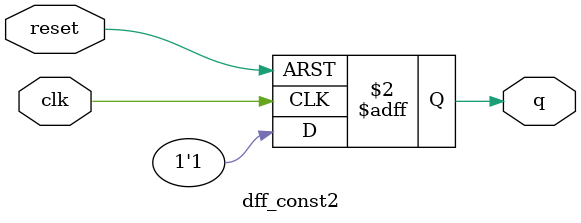
<source format=v>
module dff_const2(input clk, input reset, output reg q);
always @(posedge clk, posedge reset)
begin
	if(reset)
		q <= 1'b1;
	else
		q <= 1'b1;
end

endmodule

</source>
